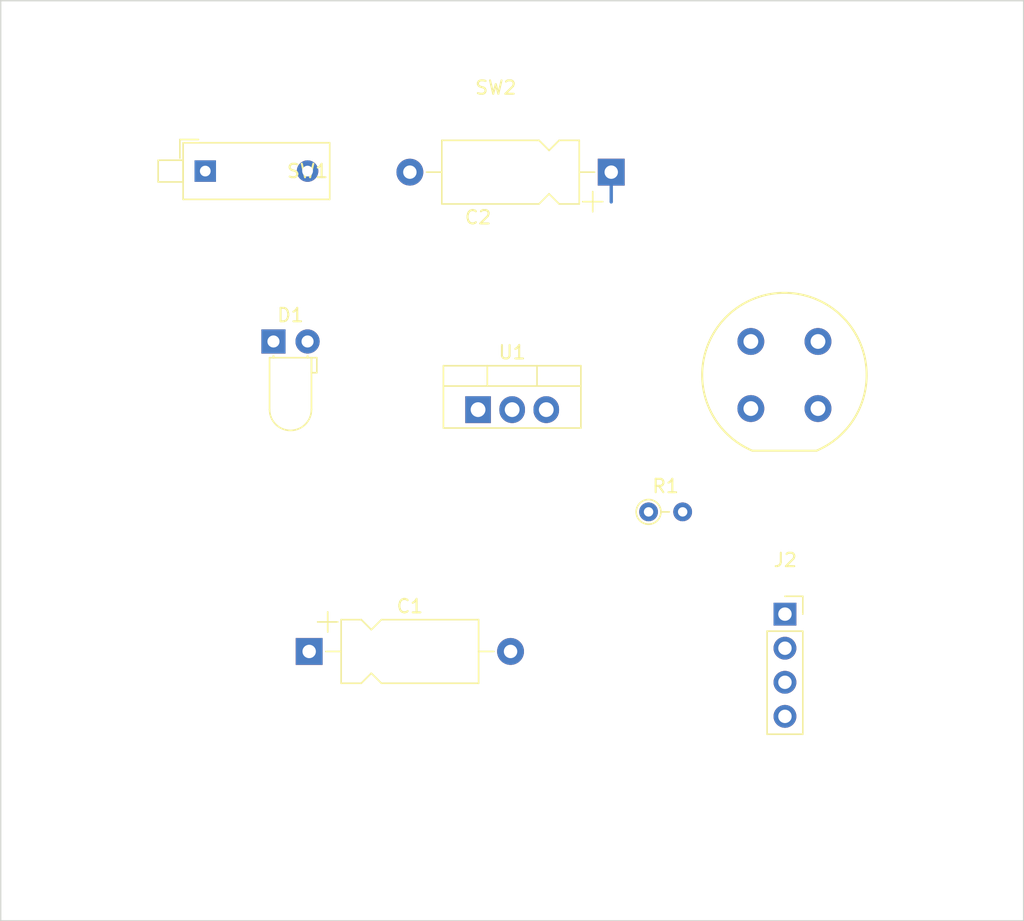
<source format=kicad_pcb>
(kicad_pcb (version 20221018) (generator pcbnew)
  (layers (0 "F.Cu" signal) (31 "B.Cu" signal) (34 "B.Paste" user) (35 "F.Paste" user) (36 "B.SilkS" user "B.Silkscreen") (37 "F.SilkS" user "F.Silkscreen") (38 "B.Mask" user) (39 "F.Mask" user) (44 "Edge.Cuts" user))
  (net 0 "")
  (net 1 "Net-(D1-K)")
  (net 2 "GND")
  (net 3 "+5V")
  (net 4 "Net-(D1-A)")
  (net 5 "+9V")
  (net 6 "/Push-Button Activated LED/Vled")
  (net 7 "/+9v")
  (net 8 "Net-(R1-Pad1)")
  (footprint "Capacitor_THT:CP_Axial_L10.0mm_D4.5mm_P15.00mm_Horizontal" (layer "F.Cu") (at 149.62 78.82 180)
    (fp_text reference "C2" (at 9.92 -3.37) (layer "F.SilkS"))
    (fp_text value "C_Polarized_US")
    (fp_line (start 0.63 -2.2) (end 2.13 -2.2) (stroke (width 0.12)) (layer "F.SilkS"))
    (fp_line (start 1.24 0) (end 2.38 0) (stroke (width 0.12)) (layer "F.SilkS"))
    (fp_line (start 1.38 -2.95) (end 1.38 -1.45) (stroke (width 0.12)) (layer "F.SilkS"))
    (fp_line (start 2.38 -2.37) (end 2.38 2.37) (stroke (width 0.12)) (layer "F.SilkS"))
    (fp_line (start 2.38 -2.37) (end 3.88 -2.37) (stroke (width 0.12)) (layer "F.SilkS"))
    (fp_line (start 2.38 2.37) (end 3.88 2.37) (stroke (width 0.12)) (layer "F.SilkS"))
    (fp_line (start 3.88 -2.37) (end 4.63 -1.62) (stroke (width 0.12)) (layer "F.SilkS"))
    (fp_line (start 3.88 2.37) (end 4.63 1.62) (stroke (width 0.12)) (layer "F.SilkS"))
    (fp_line (start 4.63 -1.62) (end 5.38 -2.37) (stroke (width 0.12)) (layer "F.SilkS"))
    (fp_line (start 4.63 1.62) (end 5.38 2.37) (stroke (width 0.12)) (layer "F.SilkS"))
    (fp_line (start 5.38 -2.37) (end 12.62 -2.37) (stroke (width 0.12)) (layer "F.SilkS"))
    (fp_line (start 5.38 2.37) (end 12.62 2.37) (stroke (width 0.12)) (layer "F.SilkS"))
    (fp_line (start 12.62 -2.37) (end 12.62 2.37) (stroke (width 0.12)) (layer "F.SilkS"))
    (fp_line (start 13.76 0) (end 12.62 0) (stroke (width 0.12)) (layer "F.SilkS"))
    (pad "1" thru_hole rect (at 0 0 180) (size 2 2) (drill 1) (layers "*.Cu" "*.Mask") (net 3 "+5V"))
    (pad "2" thru_hole oval (at 15 0 180) (size 2 2) (drill 1) (layers "*.Cu" "*.Mask") (net 2 "GND"))
  )
  (footprint "Button_Switch_THT:Push_E-Switch_KS01Q01" (layer "F.Cu") (at 160.02 91.44)
    (fp_text reference "SW2" (at -19 -18.917485 180) (layer "F.SilkS"))
    (fp_text value "SW_Push")
    (fp_line (start 4.89 8.14) (end 0.11 8.14) (stroke (width 0.15)) (layer "F.SilkS"))
    (fp_arc (start 0.11 8.14) (mid 2.496283 -3.625495) (end 4.896843 8.137095) (stroke (width 0.15)) (layer "F.SilkS"))
    (pad "1" thru_hole circle (at 0 0) (size 2 2) (drill 1.1) (layers "*.Cu" "*.Mask") (net 8 "Net-(R1-Pad1)"))
    (pad "2" thru_hole circle (at 5 0) (size 2 2) (drill 1.1) (layers "*.Cu" "*.Mask") (net 3 "+5V"))
    (pad "3" thru_hole circle (at 0 5) (size 2 2) (drill 1.1) (layers "*.Cu" "*.Mask"))
    (pad "4" thru_hole circle (at 5 5) (size 2 2) (drill 1.1) (layers "*.Cu" "*.Mask"))
  )
  (footprint "Capacitor_THT:CP_Axial_L10.0mm_D4.5mm_P15.00mm_Horizontal" (layer "F.Cu") (at 127.12 114.5425)
    (fp_text reference "C1" (at 7.5 -3.37) (layer "F.SilkS"))
    (fp_text value "C_Polarized_US")
    (fp_line (start 0.63 -2.2) (end 2.13 -2.2) (stroke (width 0.12)) (layer "F.SilkS"))
    (fp_line (start 1.24 0) (end 2.38 0) (stroke (width 0.12)) (layer "F.SilkS"))
    (fp_line (start 1.38 -2.95) (end 1.38 -1.45) (stroke (width 0.12)) (layer "F.SilkS"))
    (fp_line (start 2.38 -2.37) (end 2.38 2.37) (stroke (width 0.12)) (layer "F.SilkS"))
    (fp_line (start 2.38 -2.37) (end 3.88 -2.37) (stroke (width 0.12)) (layer "F.SilkS"))
    (fp_line (start 2.38 2.37) (end 3.88 2.37) (stroke (width 0.12)) (layer "F.SilkS"))
    (fp_line (start 3.88 -2.37) (end 4.63 -1.62) (stroke (width 0.12)) (layer "F.SilkS"))
    (fp_line (start 3.88 2.37) (end 4.63 1.62) (stroke (width 0.12)) (layer "F.SilkS"))
    (fp_line (start 4.63 -1.62) (end 5.38 -2.37) (stroke (width 0.12)) (layer "F.SilkS"))
    (fp_line (start 4.63 1.62) (end 5.38 2.37) (stroke (width 0.12)) (layer "F.SilkS"))
    (fp_line (start 5.38 -2.37) (end 12.62 -2.37) (stroke (width 0.12)) (layer "F.SilkS"))
    (fp_line (start 5.38 2.37) (end 12.62 2.37) (stroke (width 0.12)) (layer "F.SilkS"))
    (fp_line (start 12.62 -2.37) (end 12.62 2.37) (stroke (width 0.12)) (layer "F.SilkS"))
    (fp_line (start 13.76 0) (end 12.62 0) (stroke (width 0.12)) (layer "F.SilkS"))
    (pad "1" thru_hole rect (at 0 0) (size 2 2) (drill 1) (layers "*.Cu" "*.Mask") (net 1 "Net-(D1-K)"))
    (pad "2" thru_hole oval (at 15 0) (size 2 2) (drill 1) (layers "*.Cu" "*.Mask") (net 2 "GND"))
  )
  (footprint "Connector_PinSocket_2.54mm:PinSocket_1x04_P2.54mm_Vertical" (layer "F.Cu") (at 162.56 111.76)
    (fp_text reference "J2" (at 0.025 -4.03) (layer "F.SilkS"))
    (fp_text value "Conn_01x04_Pin")
    (fp_line (start -1.33 1.27) (end -1.33 8.95) (stroke (width 0.12)) (layer "F.SilkS"))
    (fp_line (start -1.33 1.27) (end 1.33 1.27) (stroke (width 0.12)) (layer "F.SilkS"))
    (fp_line (start -1.33 8.95) (end 1.33 8.95) (stroke (width 0.12)) (layer "F.SilkS"))
    (fp_line (start 0 -1.33) (end 1.33 -1.33) (stroke (width 0.12)) (layer "F.SilkS"))
    (fp_line (start 1.33 -1.33) (end 1.33 0) (stroke (width 0.12)) (layer "F.SilkS"))
    (fp_line (start 1.33 1.27) (end 1.33 8.95) (stroke (width 0.12)) (layer "F.SilkS"))
    (pad "1" thru_hole rect (at 0 0) (size 1.7 1.7) (drill 1) (layers "*.Cu" "*.Mask") (net 6 "/Push-Button Activated LED/Vled"))
    (pad "2" thru_hole oval (at 0 2.54) (size 1.7 1.7) (drill 1) (layers "*.Cu" "*.Mask") (net 2 "GND"))
    (pad "3" thru_hole oval (at 0 5.08) (size 1.7 1.7) (drill 1) (layers "*.Cu" "*.Mask") (net 2 "GND"))
    (pad "4" thru_hole oval (at 0 7.62) (size 1.7 1.7) (drill 1) (layers "*.Cu" "*.Mask") (net 7 "/+9v"))
  )
  (footprint "Package_TO_SOT_THT:TO-220-3_Vertical" (layer "F.Cu") (at 139.7 96.52)
    (fp_text reference "U1" (at 2.54 -4.27) (layer "F.SilkS"))
    (fp_text value "LM7805_TO220")
    (fp_line (start -2.58 -3.27) (end -2.58 1.371) (stroke (width 0.12)) (layer "F.SilkS"))
    (fp_line (start -2.58 -3.27) (end 7.66 -3.27) (stroke (width 0.12)) (layer "F.SilkS"))
    (fp_line (start -2.58 -1.76) (end 7.66 -1.76) (stroke (width 0.12)) (layer "F.SilkS"))
    (fp_line (start -2.58 1.371) (end 7.66 1.371) (stroke (width 0.12)) (layer "F.SilkS"))
    (fp_line (start 0.69 -3.27) (end 0.69 -1.76) (stroke (width 0.12)) (layer "F.SilkS"))
    (fp_line (start 4.391 -3.27) (end 4.391 -1.76) (stroke (width 0.12)) (layer "F.SilkS"))
    (fp_line (start 7.66 -3.27) (end 7.66 1.371) (stroke (width 0.12)) (layer "F.SilkS"))
    (pad "1" thru_hole rect (at 0 0) (size 1.905 2) (drill 1.1) (layers "*.Cu" "*.Mask") (net 1 "Net-(D1-K)"))
    (pad "2" thru_hole oval (at 2.54 0) (size 1.905 2) (drill 1.1) (layers "*.Cu" "*.Mask") (net 2 "GND"))
    (pad "3" thru_hole oval (at 5.08 0) (size 1.905 2) (drill 1.1) (layers "*.Cu" "*.Mask") (net 3 "+5V"))
  )
  (footprint "LED_THT:LED_D3.0mm_Horizontal_O1.27mm_Z10.0mm" (layer "F.Cu") (at 124.46 91.44)
    (fp_text reference "D1" (at 1.27 -1.96) (layer "F.SilkS"))
    (fp_text value "LED")
    (fp_line (start -0.29 1.21) (end -0.29 5.07) (stroke (width 0.12)) (layer "F.SilkS"))
    (fp_line (start -0.29 1.21) (end 2.83 1.21) (stroke (width 0.12)) (layer "F.SilkS"))
    (fp_line (start 0 1.08) (end 0 1.08) (stroke (width 0.12)) (layer "F.SilkS"))
    (fp_line (start 0 1.08) (end 0 1.21) (stroke (width 0.12)) (layer "F.SilkS"))
    (fp_line (start 0 1.21) (end 0 1.08) (stroke (width 0.12)) (layer "F.SilkS"))
    (fp_line (start 0 1.21) (end 0 1.21) (stroke (width 0.12)) (layer "F.SilkS"))
    (fp_line (start 2.54 1.08) (end 2.54 1.08) (stroke (width 0.12)) (layer "F.SilkS"))
    (fp_line (start 2.54 1.08) (end 2.54 1.21) (stroke (width 0.12)) (layer "F.SilkS"))
    (fp_line (start 2.54 1.21) (end 2.54 1.08) (stroke (width 0.12)) (layer "F.SilkS"))
    (fp_line (start 2.54 1.21) (end 2.54 1.21) (stroke (width 0.12)) (layer "F.SilkS"))
    (fp_line (start 2.83 1.21) (end 2.83 5.07) (stroke (width 0.12)) (layer "F.SilkS"))
    (fp_line (start 2.83 1.21) (end 3.23 1.21) (stroke (width 0.12)) (layer "F.SilkS"))
    (fp_line (start 2.83 2.33) (end 2.83 1.21) (stroke (width 0.12)) (layer "F.SilkS"))
    (fp_line (start 3.23 1.21) (end 3.23 2.33) (stroke (width 0.12)) (layer "F.SilkS"))
    (fp_line (start 3.23 2.33) (end 2.83 2.33) (stroke (width 0.12)) (layer "F.SilkS"))
    (fp_arc (start 2.83 5.07) (mid 1.27 6.63) (end -0.29 5.07) (stroke (width 0.12)) (layer "F.SilkS"))
    (pad "1" thru_hole rect (at 0 0) (size 1.8 1.8) (drill 0.9) (layers "*.Cu" "*.Mask") (net 1 "Net-(D1-K)"))
    (pad "2" thru_hole circle (at 2.54 0) (size 1.8 1.8) (drill 0.9) (layers "*.Cu" "*.Mask") (net 4 "Net-(D1-A)"))
  )
  (footprint "Button_Switch_THT:SW_DIP_SPSTx01_Piano_10.8x4.1mm_W7.62mm_P2.54mm" (layer "F.Cu") (at 119.38 78.74)
    (fp_text reference "SW1" (at 7.62 0) (layer "F.SilkS"))
    (fp_text value "SW_SPST")
    (fp_line (start -3.51 -0.81) (end -3.51 0.81) (stroke (width 0.12)) (layer "F.SilkS"))
    (fp_line (start -3.51 -0.81) (end -1.65 -0.81) (stroke (width 0.12)) (layer "F.SilkS"))
    (fp_line (start -3.51 0.81) (end -1.65 0.81) (stroke (width 0.12)) (layer "F.SilkS"))
    (fp_line (start -1.89 -2.35) (end -1.89 -0.967) (stroke (width 0.12)) (layer "F.SilkS"))
    (fp_line (start -1.89 -2.35) (end -0.507 -2.35) (stroke (width 0.12)) (layer "F.SilkS"))
    (fp_line (start -1.65 -2.11) (end -1.65 2.11) (stroke (width 0.12)) (layer "F.SilkS"))
    (fp_line (start -1.65 -2.11) (end 9.27 -2.11) (stroke (width 0.12)) (layer "F.SilkS"))
    (fp_line (start -1.65 -0.81) (end -1.65 0.81) (stroke (width 0.12)) (layer "F.SilkS"))
    (fp_line (start -1.65 2.11) (end 9.27 2.11) (stroke (width 0.12)) (layer "F.SilkS"))
    (fp_line (start 9.27 -2.11) (end 9.27 2.11) (stroke (width 0.12)) (layer "F.SilkS"))
    (pad "1" thru_hole rect (at 0 0) (size 1.6 1.6) (drill 0.8) (layers "*.Cu" "*.Mask") (net 5 "+9V"))
    (pad "2" thru_hole oval (at 7.62 0) (size 1.6 1.6) (drill 0.8) (layers "*.Cu" "*.Mask") (net 4 "Net-(D1-A)"))
  )
  (footprint "Resistor_THT:R_Axial_DIN0204_L3.6mm_D1.6mm_P2.54mm_Vertical" (layer "F.Cu") (at 152.4 104.14)
    (fp_text reference "R1" (at 1.27 -1.92) (layer "F.SilkS"))
    (fp_text value "R_US")
    (fp_line (start 0.92 0) (end 1.54 0) (stroke (width 0.12)) (layer "F.SilkS"))
    (fp_circle (center 0 0) (end 0.92 0) (stroke (width 0.12)) (fill none) (layer "F.SilkS"))
    (pad "1" thru_hole circle (at 0 0) (size 1.4 1.4) (drill 0.7) (layers "*.Cu" "*.Mask") (net 8 "Net-(R1-Pad1)"))
    (pad "2" thru_hole oval (at 2.54 0) (size 1.4 1.4) (drill 0.7) (layers "*.Cu" "*.Mask") (net 6 "/Push-Button Activated LED/Vled"))
  )
  (gr_rect (start 104.14 66.04) (end 180.34 134.62) (stroke (width 0.1)) (fill none) (layer "Edge.Cuts"))
  (segment (start 142.12 96.64) (end 142.24 96.52) (width 0.25) (layer "B.Cu") (net 2))
  (segment (start 142.3625 114.3) (end 142.12 114.5425) (width 0.25) (layer "B.Cu") (net 2))
  (segment (start 165.1 91.36) (end 165.02 91.44) (width 0.25) (layer "B.Cu") (net 3))
  (segment (start 149.62 81.04) (end 149.62 78.82) (width 0.25) (layer "B.Cu") (net 3))
)
</source>
